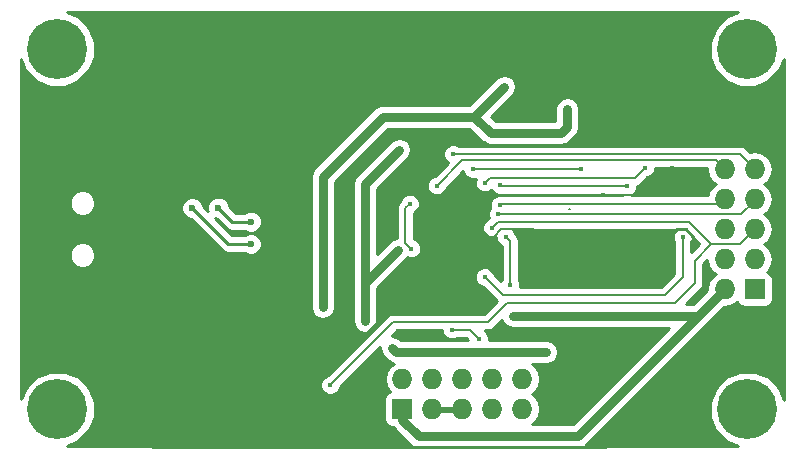
<source format=gbr>
G04 #@! TF.FileFunction,Copper,L2,Bot,Signal*
%FSLAX46Y46*%
G04 Gerber Fmt 4.6, Leading zero omitted, Abs format (unit mm)*
G04 Created by KiCad (PCBNEW 4.0.2+dfsg1-stable) date Fri 29 Jul 2016 09:24:32 AM CST*
%MOMM*%
G01*
G04 APERTURE LIST*
%ADD10C,0.100000*%
%ADD11R,1.727200X1.727200*%
%ADD12O,1.727200X1.727200*%
%ADD13C,5.080000*%
%ADD14C,0.600000*%
%ADD15C,0.400000*%
%ADD16C,0.127000*%
%ADD17C,0.762000*%
%ADD18C,0.149860*%
%ADD19C,0.450000*%
%ADD20C,0.250000*%
%ADD21C,0.254000*%
G04 APERTURE END LIST*
D10*
D11*
X182245000Y-120650000D03*
D12*
X179705000Y-120650000D03*
X182245000Y-118110000D03*
X179705000Y-118110000D03*
X182245000Y-115570000D03*
X179705000Y-115570000D03*
X182245000Y-113030000D03*
X179705000Y-113030000D03*
X182245000Y-110490000D03*
X179705000Y-110490000D03*
D11*
X152400000Y-130810000D03*
D12*
X152400000Y-128270000D03*
X154940000Y-130810000D03*
X154940000Y-128270000D03*
X157480000Y-130810000D03*
X157480000Y-128270000D03*
X160020000Y-130810000D03*
X160020000Y-128270000D03*
X162560000Y-130810000D03*
X162560000Y-128270000D03*
D13*
X181610000Y-100330000D03*
X181610000Y-130810000D03*
X123190000Y-130810000D03*
X123190000Y-100330000D03*
D14*
X166370000Y-105410000D03*
X165354000Y-107442000D03*
X161798000Y-122936000D03*
X161036000Y-103505000D03*
D15*
X145669000Y-122174000D03*
X153162000Y-117221000D03*
X153035000Y-113411000D03*
D14*
X145669000Y-112903000D03*
X152146000Y-106045000D03*
D15*
X175260000Y-110363000D03*
X175260000Y-111252000D03*
X177292000Y-121285000D03*
X161544000Y-106299000D03*
X165227000Y-105410000D03*
X152273000Y-104394000D03*
X133350000Y-108585000D03*
X141097000Y-128524000D03*
X144907000Y-128270000D03*
X158115000Y-122047000D03*
X159004000Y-120523000D03*
X161671000Y-124587000D03*
X174307500Y-108267500D03*
X173228000Y-112395000D03*
X169418000Y-112649000D03*
X159766000Y-112522000D03*
X140208000Y-111379000D03*
X143256000Y-111379000D03*
X147447000Y-116332000D03*
X147447000Y-118999000D03*
X147447000Y-121920000D03*
X175260000Y-112395000D03*
X175133000Y-116205000D03*
X169799000Y-124460000D03*
X173355000Y-124460000D03*
X175006000Y-118872000D03*
X156210000Y-124841000D03*
X152908000Y-124841000D03*
X155067000Y-122174000D03*
X137160000Y-122555000D03*
X137160000Y-125222000D03*
X140716000Y-125222000D03*
X140716000Y-122555000D03*
X140716000Y-119507000D03*
X143764000Y-119507000D03*
X143764000Y-122555000D03*
X143764000Y-125222000D03*
X152654000Y-119634000D03*
X139573000Y-131572000D03*
X143510000Y-131572000D03*
X146939000Y-131572000D03*
X149479000Y-132842000D03*
X183769000Y-126111000D03*
X180975000Y-126111000D03*
X177355500Y-126174500D03*
X177419000Y-129159000D03*
X177419000Y-132715000D03*
X174307500Y-129222500D03*
X170878500Y-132651500D03*
X174371000Y-132715000D03*
X162941000Y-97790000D03*
X162941000Y-100711000D03*
X166116000Y-100711000D03*
X166116000Y-97790000D03*
X159004000Y-100711000D03*
X172974000Y-97790000D03*
X176403000Y-97790000D03*
X176403000Y-100711000D03*
X169418000Y-97790000D03*
X169418000Y-100711000D03*
X169418000Y-103886000D03*
X182499000Y-104013000D03*
X182372000Y-107696000D03*
X178816000Y-107823000D03*
X178816000Y-103886000D03*
X176403000Y-103759000D03*
X172974000Y-103886000D03*
X172974000Y-100711000D03*
X164084000Y-116205000D03*
X157580500Y-116686500D03*
X157607000Y-115824000D03*
X157580500Y-114961500D03*
X156718000Y-114935000D03*
X155855500Y-114961500D03*
X155829000Y-115824000D03*
X155855500Y-116686500D03*
X156718000Y-116713000D03*
X166243000Y-108458000D03*
X138557000Y-98298000D03*
X138557000Y-101219000D03*
X136017000Y-101219000D03*
X135890000Y-98298000D03*
X133096000Y-98298000D03*
X133096000Y-101219000D03*
X132969000Y-104140000D03*
X130556000Y-104140000D03*
X130556000Y-101219000D03*
X130429000Y-98298000D03*
X127254000Y-98298000D03*
X127283524Y-101252320D03*
X127254000Y-104140000D03*
X127254000Y-106680000D03*
X123952000Y-106680000D03*
X123983918Y-104176022D03*
X121158000Y-104140000D03*
X133096000Y-131445000D03*
X133096000Y-128016000D03*
X133096000Y-125349000D03*
X130175000Y-125349000D03*
X130175000Y-128016000D03*
X130175000Y-131445000D03*
X121158000Y-127635000D03*
X121158000Y-125349000D03*
X123825000Y-125349000D03*
X127254000Y-125349000D03*
X127254000Y-128016000D03*
X127254000Y-131445000D03*
X121158000Y-106680000D03*
X173101000Y-118872000D03*
X167132000Y-130683000D03*
X169799000Y-127889000D03*
X167132000Y-127889000D03*
X164846000Y-127889000D03*
X164846000Y-130683000D03*
X159004000Y-97790000D03*
X140589000Y-104394000D03*
X137160000Y-119507000D03*
X133096000Y-113792000D03*
X144653000Y-115824000D03*
X144653000Y-112776000D03*
D14*
X152019000Y-117348000D03*
X164592000Y-125984000D03*
X149225000Y-123317000D03*
X152146000Y-108839000D03*
X151511000Y-125603000D03*
D15*
X146304000Y-128778000D03*
X160020000Y-115443000D03*
D14*
X134620000Y-113792000D03*
X139573000Y-116840000D03*
X136820000Y-113751000D03*
X139573000Y-114935000D03*
D15*
X156591000Y-124079000D03*
X158877000Y-124841000D03*
X161163000Y-116205000D03*
X161544000Y-120269000D03*
X160655000Y-111810800D03*
X171450000Y-111937800D03*
X160528000Y-114300000D03*
X160655000Y-113538000D03*
X156718000Y-109220000D03*
X155321000Y-111887000D03*
X176149000Y-116205000D03*
X159385000Y-119634000D03*
X159385000Y-111633000D03*
X172974000Y-110363000D03*
X167513000Y-110490000D03*
X158369000Y-110490000D03*
D16*
X166624000Y-113861568D02*
X166497000Y-113861568D01*
D17*
X165862000Y-107442000D02*
X166370000Y-106934000D01*
X166370000Y-106934000D02*
X166370000Y-105410000D01*
X165862000Y-107442000D02*
X165354000Y-107442000D01*
X159893000Y-107442000D02*
X165354000Y-107442000D01*
X159893000Y-107442000D02*
X158496000Y-106045000D01*
X161798000Y-122936000D02*
X177419000Y-122936000D01*
X152400000Y-130810000D02*
X152400000Y-131699000D01*
X167259000Y-133096000D02*
X174371000Y-125984000D01*
X174371000Y-125984000D02*
X177292000Y-123063000D01*
X177292000Y-123063000D02*
X179705000Y-120650000D01*
X153797000Y-133096000D02*
X167259000Y-133096000D01*
X152400000Y-131699000D02*
X153797000Y-133096000D01*
X157607000Y-106045000D02*
X158496000Y-106045000D01*
X152146000Y-106045000D02*
X157607000Y-106045000D01*
X158496000Y-106045000D02*
X161036000Y-103505000D01*
X145669000Y-112903000D02*
X145669000Y-122174000D01*
D18*
X152654000Y-114046000D02*
X152654000Y-113792000D01*
X153162000Y-117221000D02*
X152654000Y-116713000D01*
X152654000Y-116713000D02*
X152654000Y-114046000D01*
X152654000Y-113792000D02*
X153035000Y-113411000D01*
D17*
X152146000Y-106045000D02*
X150749000Y-106045000D01*
X150749000Y-106045000D02*
X145669000Y-111125000D01*
X145669000Y-111125000D02*
X145669000Y-112903000D01*
D19*
X145669000Y-111125000D02*
X145669000Y-112903000D01*
X150749000Y-106045000D02*
X145669000Y-111125000D01*
D20*
X175260000Y-112395000D02*
X175260000Y-111252000D01*
X178181000Y-120396000D02*
X178181000Y-119507000D01*
X177292000Y-121285000D02*
X178181000Y-120396000D01*
X177038000Y-116205000D02*
X177038000Y-117348000D01*
X177038000Y-117348000D02*
X176911000Y-117475000D01*
D18*
X161925000Y-105918000D02*
X161544000Y-106299000D01*
X164719000Y-105918000D02*
X161925000Y-105918000D01*
X165227000Y-105410000D02*
X164719000Y-105918000D01*
D20*
X152654000Y-97790000D02*
X152654000Y-104013000D01*
X152654000Y-104013000D02*
X152273000Y-104394000D01*
X132969000Y-104140000D02*
X132969000Y-108204000D01*
X132969000Y-108204000D02*
X133350000Y-108585000D01*
X146939000Y-131572000D02*
X144907000Y-131572000D01*
X144907000Y-131572000D02*
X144907000Y-128270000D01*
X159004000Y-121158000D02*
X158115000Y-122047000D01*
X155067000Y-122174000D02*
X155067000Y-121412000D01*
X155956000Y-120523000D02*
X159004000Y-120523000D01*
X155067000Y-121412000D02*
X155956000Y-120523000D01*
X159004000Y-120523000D02*
X159004000Y-121158000D01*
D18*
X169799000Y-124460000D02*
X161798000Y-124460000D01*
X161798000Y-124460000D02*
X161671000Y-124587000D01*
D20*
X174244000Y-108331000D02*
X174307500Y-108267500D01*
X174244000Y-108331000D02*
X171958000Y-108331000D01*
D18*
X172212000Y-112395000D02*
X171958000Y-112649000D01*
X171958000Y-112649000D02*
X169418000Y-112649000D01*
X169418000Y-112649000D02*
X159893000Y-112649000D01*
X159893000Y-112649000D02*
X159766000Y-112522000D01*
X173228000Y-112395000D02*
X172212000Y-112395000D01*
X143256000Y-111379000D02*
X140208000Y-111379000D01*
D20*
X147447000Y-125222000D02*
X147447000Y-121920000D01*
X147447000Y-118999000D02*
X147447000Y-116332000D01*
X175260000Y-112395000D02*
X173228000Y-112395000D01*
X175133000Y-116205000D02*
X175133000Y-116078000D01*
X177038000Y-116205000D02*
X177038000Y-117221000D01*
X176403000Y-115570000D02*
X177038000Y-116205000D01*
X175641000Y-115570000D02*
X176403000Y-115570000D01*
X175133000Y-116078000D02*
X175641000Y-115570000D01*
X169799000Y-127889000D02*
X169799000Y-124460000D01*
X175006000Y-118872000D02*
X173101000Y-118872000D01*
X152654000Y-121158000D02*
X154051000Y-121158000D01*
X152908000Y-124841000D02*
X156210000Y-124841000D01*
X154051000Y-121158000D02*
X155067000Y-122174000D01*
X143764000Y-125222000D02*
X147447000Y-125222000D01*
X147447000Y-125222000D02*
X148590000Y-125222000D01*
X137160000Y-122555000D02*
X137160000Y-125222000D01*
X140716000Y-125222000D02*
X140716000Y-122555000D01*
X140716000Y-119507000D02*
X143764000Y-119507000D01*
X143764000Y-122555000D02*
X143764000Y-125222000D01*
X152654000Y-121158000D02*
X152654000Y-119634000D01*
X148590000Y-125222000D02*
X152654000Y-121158000D01*
X146939000Y-131572000D02*
X148209000Y-131572000D01*
X139573000Y-131572000D02*
X143510000Y-131572000D01*
X148209000Y-131572000D02*
X149479000Y-132842000D01*
X174371000Y-132715000D02*
X177419000Y-132715000D01*
X180975000Y-126111000D02*
X183769000Y-126111000D01*
X177355500Y-129095500D02*
X177355500Y-126174500D01*
X177419000Y-129159000D02*
X177355500Y-129095500D01*
X170942000Y-132588000D02*
X170942000Y-132715000D01*
X170878500Y-132651500D02*
X170942000Y-132715000D01*
X174371000Y-129286000D02*
X174371000Y-132715000D01*
X174371000Y-129286000D02*
X174307500Y-129222500D01*
X169418000Y-97790000D02*
X166116000Y-97790000D01*
X162941000Y-97790000D02*
X159004000Y-97790000D01*
X166116000Y-100711000D02*
X162941000Y-100711000D01*
X159004000Y-97790000D02*
X159004000Y-100711000D01*
X176403000Y-100711000D02*
X176403000Y-97790000D01*
X169418000Y-97790000D02*
X169418000Y-100711000D01*
X169418000Y-103886000D02*
X169418000Y-100711000D01*
X169418000Y-100711000D02*
X172974000Y-100711000D01*
X182499000Y-107569000D02*
X182499000Y-104013000D01*
X182372000Y-107696000D02*
X182499000Y-107569000D01*
X178816000Y-103886000D02*
X178816000Y-107823000D01*
X173101000Y-103759000D02*
X176403000Y-103759000D01*
X172974000Y-103886000D02*
X173101000Y-103759000D01*
D18*
X164084000Y-116205000D02*
X163449000Y-115570000D01*
X157988000Y-116205000D02*
X157607000Y-115824000D01*
X160147000Y-116205000D02*
X157988000Y-116205000D01*
X160782000Y-115570000D02*
X160147000Y-116205000D01*
X163449000Y-115570000D02*
X160782000Y-115570000D01*
X157607000Y-116660000D02*
X157580500Y-116686500D01*
X157607000Y-116660000D02*
X157607000Y-115824000D01*
X157580500Y-114961500D02*
X157554000Y-114935000D01*
X157554000Y-114935000D02*
X156718000Y-114935000D01*
X155855500Y-114961500D02*
X155829000Y-114988000D01*
X155829000Y-114988000D02*
X155829000Y-115824000D01*
X155855500Y-116686500D02*
X155882000Y-116713000D01*
X155882000Y-116713000D02*
X156718000Y-116713000D01*
X167640000Y-107061000D02*
X167640000Y-97790000D01*
X166243000Y-108458000D02*
X167640000Y-107061000D01*
D20*
X136017000Y-101219000D02*
X138557000Y-101219000D01*
X133096000Y-98298000D02*
X135890000Y-98298000D01*
X133096000Y-104013000D02*
X133096000Y-101219000D01*
X132969000Y-104140000D02*
X133096000Y-104013000D01*
X130556000Y-101219000D02*
X130556000Y-104140000D01*
X127254000Y-98298000D02*
X130429000Y-98298000D01*
X127283524Y-104110476D02*
X127283524Y-101252320D01*
X127254000Y-104140000D02*
X127283524Y-104110476D01*
X123952000Y-106680000D02*
X127254000Y-106680000D01*
X121194022Y-104176022D02*
X123983918Y-104176022D01*
X121158000Y-104140000D02*
X121194022Y-104176022D01*
X133096000Y-131445000D02*
X133096000Y-128016000D01*
X133096000Y-125349000D02*
X130175000Y-125349000D01*
X130175000Y-128016000D02*
X130175000Y-131445000D01*
X121031000Y-125476000D02*
X121158000Y-127635000D01*
X121158000Y-125349000D02*
X121031000Y-125476000D01*
X127254000Y-125349000D02*
X123825000Y-125349000D01*
X127254000Y-131445000D02*
X127254000Y-128016000D01*
X121158000Y-106680000D02*
X131191000Y-97790000D01*
X159004000Y-97790000D02*
X152654000Y-97790000D01*
X152654000Y-97790000D02*
X131191000Y-97790000D01*
X173101000Y-118872000D02*
X173101000Y-118237000D01*
X173101000Y-118237000D02*
X175133000Y-116205000D01*
X173101000Y-118872000D02*
X174244000Y-120015000D01*
X167132000Y-127889000D02*
X169799000Y-127889000D01*
X164846000Y-130683000D02*
X164846000Y-127889000D01*
X183134000Y-124714000D02*
X178816000Y-124714000D01*
X131191000Y-133985000D02*
X169545000Y-133985000D01*
X169545000Y-133985000D02*
X169799000Y-133731000D01*
X178816000Y-124714000D02*
X170942000Y-132588000D01*
X170942000Y-132588000D02*
X169799000Y-133731000D01*
X167640000Y-97790000D02*
X171323000Y-97790000D01*
X171323000Y-97790000D02*
X181229000Y-107696000D01*
X181229000Y-107696000D02*
X183769000Y-107696000D01*
X183769000Y-107696000D02*
X184658000Y-108585000D01*
X184658000Y-108585000D02*
X184658000Y-123190000D01*
X184658000Y-123190000D02*
X183134000Y-124714000D01*
X159004000Y-97790000D02*
X167640000Y-97790000D01*
X143002000Y-97917000D02*
X143002000Y-102235000D01*
X143002000Y-102235000D02*
X140589000Y-104394000D01*
X137160000Y-117856000D02*
X137160000Y-119507000D01*
X133096000Y-113792000D02*
X137160000Y-117856000D01*
X144653000Y-112776000D02*
X144653000Y-115824000D01*
D17*
X152019000Y-117348000D02*
X149225000Y-120142000D01*
X164592000Y-125984000D02*
X159258000Y-125984000D01*
X151892000Y-125984000D02*
X159258000Y-125984000D01*
X150495000Y-110490000D02*
X149225000Y-111760000D01*
X149225000Y-111760000D02*
X149225000Y-117729000D01*
X149225000Y-117729000D02*
X149225000Y-120142000D01*
X149225000Y-120142000D02*
X149225000Y-123317000D01*
X152146000Y-108839000D02*
X150495000Y-110490000D01*
X151511000Y-125603000D02*
X151892000Y-125984000D01*
D18*
X177165000Y-115443000D02*
X176657000Y-114935000D01*
X178562000Y-116840000D02*
X177165000Y-115443000D01*
X160528000Y-114935000D02*
X160020000Y-115443000D01*
X176657000Y-114935000D02*
X160528000Y-114935000D01*
X177165000Y-118237000D02*
X178562000Y-116840000D01*
X177165000Y-120142000D02*
X177165000Y-118237000D01*
X175514000Y-121793000D02*
X177165000Y-120142000D01*
X161290000Y-121793000D02*
X175514000Y-121793000D01*
X159639000Y-123444000D02*
X161290000Y-121793000D01*
X151638000Y-123444000D02*
X159639000Y-123444000D01*
X146304000Y-128778000D02*
X151638000Y-123444000D01*
X180975000Y-116840000D02*
X182245000Y-115570000D01*
X178562000Y-116840000D02*
X180975000Y-116840000D01*
X160020000Y-115443000D02*
X160020000Y-115443000D01*
X160020000Y-115443000D02*
X160020000Y-115443000D01*
D20*
X137668000Y-116840000D02*
X139573000Y-116840000D01*
X137668000Y-116840000D02*
X134620000Y-113792000D01*
X138004000Y-114935000D02*
X139573000Y-114935000D01*
X138004000Y-114935000D02*
X136820000Y-113751000D01*
D18*
X158115000Y-124079000D02*
X156591000Y-124079000D01*
X158877000Y-124841000D02*
X158115000Y-124079000D01*
X161163000Y-116205000D02*
X161544000Y-116586000D01*
X161544000Y-116586000D02*
X161544000Y-120269000D01*
X160655000Y-111810800D02*
X160782000Y-111937800D01*
X160782000Y-111937800D02*
X171450000Y-111937800D01*
X181102000Y-114300000D02*
X182245000Y-113157000D01*
X160528000Y-114300000D02*
X181102000Y-114300000D01*
X182245000Y-113157000D02*
X182245000Y-113030000D01*
X182245000Y-113030000D02*
X182245000Y-113157000D01*
X160782000Y-113411000D02*
X179324000Y-113411000D01*
X160655000Y-113538000D02*
X160782000Y-113411000D01*
X179324000Y-113411000D02*
X179705000Y-113030000D01*
X156718000Y-109220000D02*
X156718000Y-109220000D01*
X180975000Y-109220000D02*
X182245000Y-110490000D01*
X156718000Y-109220000D02*
X180975000Y-109220000D01*
X178943000Y-109728000D02*
X179705000Y-110490000D01*
X157480000Y-109728000D02*
X178943000Y-109728000D01*
X155321000Y-111887000D02*
X157480000Y-109728000D01*
X160909000Y-121158000D02*
X174625000Y-121158000D01*
X174625000Y-121158000D02*
X176149000Y-119634000D01*
X176149000Y-119634000D02*
X176149000Y-116205000D01*
X159385000Y-119634000D02*
X160909000Y-121158000D01*
X172110400Y-111226600D02*
X172974000Y-110363000D01*
X159791400Y-111226600D02*
X172110400Y-111226600D01*
X159385000Y-111633000D02*
X159791400Y-111226600D01*
X158369000Y-110490000D02*
X167513000Y-110490000D01*
D21*
G36*
X179813857Y-97636796D02*
X178919935Y-98529159D01*
X178435552Y-99695683D01*
X178434450Y-100958776D01*
X178916796Y-102126143D01*
X179809159Y-103020065D01*
X180975683Y-103504448D01*
X182238776Y-103505550D01*
X183406143Y-103023204D01*
X184300065Y-102130841D01*
X184710000Y-101143608D01*
X184710000Y-129998379D01*
X184303204Y-129013857D01*
X183410841Y-128119935D01*
X182244317Y-127635552D01*
X180981224Y-127634450D01*
X179813857Y-128116796D01*
X178919935Y-129009159D01*
X178435552Y-130175683D01*
X178434450Y-131438776D01*
X178916796Y-132606143D01*
X179809159Y-133500065D01*
X180796392Y-133910000D01*
X167834375Y-133910000D01*
X167977420Y-133814420D01*
X175089421Y-126702420D01*
X175089423Y-126702417D01*
X178010421Y-123781420D01*
X178010423Y-123781417D01*
X179648616Y-122143224D01*
X179675641Y-122148600D01*
X179734359Y-122148600D01*
X180307848Y-122034526D01*
X180773442Y-121723426D01*
X180778238Y-121748917D01*
X180917310Y-121965041D01*
X181129510Y-122110031D01*
X181381400Y-122161040D01*
X183108600Y-122161040D01*
X183343917Y-122116762D01*
X183560041Y-121977690D01*
X183705031Y-121765490D01*
X183756040Y-121513600D01*
X183756040Y-119786400D01*
X183711762Y-119551083D01*
X183572690Y-119334959D01*
X183360490Y-119189969D01*
X183316869Y-119181136D01*
X183334029Y-119169670D01*
X183658885Y-118683489D01*
X183772959Y-118110000D01*
X183658885Y-117536511D01*
X183334029Y-117050330D01*
X183019248Y-116840000D01*
X183334029Y-116629670D01*
X183658885Y-116143489D01*
X183772959Y-115570000D01*
X183658885Y-114996511D01*
X183334029Y-114510330D01*
X183019248Y-114300000D01*
X183334029Y-114089670D01*
X183658885Y-113603489D01*
X183772959Y-113030000D01*
X183658885Y-112456511D01*
X183334029Y-111970330D01*
X183019248Y-111760000D01*
X183334029Y-111549670D01*
X183658885Y-111063489D01*
X183772959Y-110490000D01*
X183658885Y-109916511D01*
X183334029Y-109430330D01*
X182847848Y-109105474D01*
X182274359Y-108991400D01*
X182215641Y-108991400D01*
X181827582Y-109068590D01*
X181476996Y-108718004D01*
X181246679Y-108564110D01*
X180975000Y-108510070D01*
X157185673Y-108510070D01*
X156884821Y-108385145D01*
X156552637Y-108384855D01*
X156245628Y-108511708D01*
X156010534Y-108746393D01*
X155883145Y-109053179D01*
X155882855Y-109385363D01*
X156009708Y-109692372D01*
X156244393Y-109927466D01*
X156267109Y-109936899D01*
X155149700Y-111054308D01*
X154848628Y-111178708D01*
X154613534Y-111413393D01*
X154486145Y-111720179D01*
X154485855Y-112052363D01*
X154612708Y-112359372D01*
X154847393Y-112594466D01*
X155154179Y-112721855D01*
X155486363Y-112722145D01*
X155793372Y-112595292D01*
X156028466Y-112360607D01*
X156154210Y-112057782D01*
X157540514Y-110671478D01*
X157660708Y-110962372D01*
X157895393Y-111197466D01*
X158202179Y-111324855D01*
X158534363Y-111325145D01*
X158624105Y-111288065D01*
X158550145Y-111466179D01*
X158549855Y-111798363D01*
X158676708Y-112105372D01*
X158911393Y-112340466D01*
X159218179Y-112467855D01*
X159550363Y-112468145D01*
X159857372Y-112341292D01*
X159937622Y-112261182D01*
X159946708Y-112283172D01*
X160181393Y-112518266D01*
X160488179Y-112645655D01*
X160772818Y-112645903D01*
X160782000Y-112647730D01*
X170982327Y-112647730D01*
X171110784Y-112701070D01*
X160782000Y-112701070D01*
X160771788Y-112703101D01*
X160489637Y-112702855D01*
X160182628Y-112829708D01*
X159947534Y-113064393D01*
X159820145Y-113371179D01*
X159819855Y-113703363D01*
X159856043Y-113790946D01*
X159820534Y-113826393D01*
X159693145Y-114133179D01*
X159692855Y-114465363D01*
X159766738Y-114644174D01*
X159547628Y-114734708D01*
X159312534Y-114969393D01*
X159185145Y-115276179D01*
X159184855Y-115608363D01*
X159311708Y-115915372D01*
X159546393Y-116150466D01*
X159853179Y-116277855D01*
X160185363Y-116278145D01*
X160327987Y-116219214D01*
X160327855Y-116370363D01*
X160454708Y-116677372D01*
X160689393Y-116912466D01*
X160834070Y-116972541D01*
X160834070Y-119801327D01*
X160752577Y-119997584D01*
X160217692Y-119462699D01*
X160093292Y-119161628D01*
X159858607Y-118926534D01*
X159551821Y-118799145D01*
X159219637Y-118798855D01*
X158912628Y-118925708D01*
X158677534Y-119160393D01*
X158550145Y-119467179D01*
X158549855Y-119799363D01*
X158676708Y-120106372D01*
X158911393Y-120341466D01*
X159214218Y-120467210D01*
X160407003Y-121659996D01*
X160414201Y-121664806D01*
X159344938Y-122734070D01*
X151638000Y-122734070D01*
X151411395Y-122779144D01*
X151366321Y-122788110D01*
X151136004Y-122942004D01*
X146132700Y-127945308D01*
X145831628Y-128069708D01*
X145596534Y-128304393D01*
X145469145Y-128611179D01*
X145468855Y-128943363D01*
X145595708Y-129250372D01*
X145830393Y-129485466D01*
X146137179Y-129612855D01*
X146469363Y-129613145D01*
X146776372Y-129486292D01*
X147011466Y-129251607D01*
X147137210Y-128948782D01*
X150497983Y-125588009D01*
X150495001Y-125603000D01*
X150572338Y-125991807D01*
X150792580Y-126321420D01*
X151173579Y-126702420D01*
X151283987Y-126776192D01*
X151503194Y-126922662D01*
X151675594Y-126956954D01*
X151340330Y-127180971D01*
X151015474Y-127667152D01*
X150901400Y-128240641D01*
X150901400Y-128299359D01*
X151015474Y-128872848D01*
X151326574Y-129338442D01*
X151301083Y-129343238D01*
X151084959Y-129482310D01*
X150939969Y-129694510D01*
X150888960Y-129946400D01*
X150888960Y-131673600D01*
X150933238Y-131908917D01*
X151072310Y-132125041D01*
X151284510Y-132270031D01*
X151536400Y-132321040D01*
X151617180Y-132321040D01*
X151681580Y-132417420D01*
X153078579Y-133814420D01*
X153221625Y-133910000D01*
X124001621Y-133910000D01*
X124986143Y-133503204D01*
X125880065Y-132610841D01*
X126364448Y-131444317D01*
X126365550Y-130181224D01*
X125883204Y-129013857D01*
X124990841Y-128119935D01*
X123824317Y-127635552D01*
X122561224Y-127634450D01*
X121393857Y-128116796D01*
X120499935Y-129009159D01*
X120090000Y-129996392D01*
X120090000Y-117984430D01*
X124226132Y-117984430D01*
X124390902Y-118383203D01*
X124695733Y-118688566D01*
X125094217Y-118854031D01*
X125525690Y-118854408D01*
X125924463Y-118689638D01*
X126229826Y-118384807D01*
X126395291Y-117986323D01*
X126395668Y-117554850D01*
X126230898Y-117156077D01*
X125926067Y-116850714D01*
X125527583Y-116685249D01*
X125096110Y-116684872D01*
X124697337Y-116849642D01*
X124391974Y-117154473D01*
X124226509Y-117552957D01*
X124226132Y-117984430D01*
X120090000Y-117984430D01*
X120090000Y-113585150D01*
X124226132Y-113585150D01*
X124390902Y-113983923D01*
X124695733Y-114289286D01*
X125094217Y-114454751D01*
X125525690Y-114455128D01*
X125924463Y-114290358D01*
X126229826Y-113985527D01*
X126233297Y-113977167D01*
X133684838Y-113977167D01*
X133826883Y-114320943D01*
X134089673Y-114584192D01*
X134433201Y-114726838D01*
X134480077Y-114726879D01*
X137130599Y-117377401D01*
X137377161Y-117542148D01*
X137668000Y-117600000D01*
X139010537Y-117600000D01*
X139042673Y-117632192D01*
X139386201Y-117774838D01*
X139758167Y-117775162D01*
X140101943Y-117633117D01*
X140365192Y-117370327D01*
X140507838Y-117026799D01*
X140508162Y-116654833D01*
X140366117Y-116311057D01*
X140103327Y-116047808D01*
X139759799Y-115905162D01*
X139387833Y-115904838D01*
X139044057Y-116046883D01*
X139010882Y-116080000D01*
X137982802Y-116080000D01*
X136556997Y-114654195D01*
X136633201Y-114685838D01*
X136680077Y-114685879D01*
X137466599Y-115472401D01*
X137713161Y-115637148D01*
X138004000Y-115695000D01*
X139010537Y-115695000D01*
X139042673Y-115727192D01*
X139386201Y-115869838D01*
X139758167Y-115870162D01*
X140101943Y-115728117D01*
X140365192Y-115465327D01*
X140507838Y-115121799D01*
X140508162Y-114749833D01*
X140366117Y-114406057D01*
X140103327Y-114142808D01*
X139759799Y-114000162D01*
X139387833Y-113999838D01*
X139044057Y-114141883D01*
X139010882Y-114175000D01*
X138318802Y-114175000D01*
X137755122Y-113611320D01*
X137755162Y-113565833D01*
X137613117Y-113222057D01*
X137350327Y-112958808D01*
X137006799Y-112816162D01*
X136634833Y-112815838D01*
X136291057Y-112957883D01*
X136027808Y-113220673D01*
X135885162Y-113564201D01*
X135884838Y-113936167D01*
X135917136Y-114014334D01*
X135555122Y-113652320D01*
X135555162Y-113606833D01*
X135413117Y-113263057D01*
X135150327Y-112999808D01*
X134806799Y-112857162D01*
X134434833Y-112856838D01*
X134091057Y-112998883D01*
X133827808Y-113261673D01*
X133685162Y-113605201D01*
X133684838Y-113977167D01*
X126233297Y-113977167D01*
X126395291Y-113587043D01*
X126395668Y-113155570D01*
X126230898Y-112756797D01*
X125926067Y-112451434D01*
X125527583Y-112285969D01*
X125096110Y-112285592D01*
X124697337Y-112450362D01*
X124391974Y-112755193D01*
X124226509Y-113153677D01*
X124226132Y-113585150D01*
X120090000Y-113585150D01*
X120090000Y-111125000D01*
X144653000Y-111125000D01*
X144653000Y-122174000D01*
X144730338Y-122562806D01*
X144950580Y-122892420D01*
X145280194Y-123112662D01*
X145669000Y-123190000D01*
X146057806Y-123112662D01*
X146387420Y-122892420D01*
X146607662Y-122562806D01*
X146685000Y-122174000D01*
X146685000Y-111760000D01*
X148209000Y-111760000D01*
X148209000Y-123317000D01*
X148286338Y-123705806D01*
X148506580Y-124035420D01*
X148836194Y-124255662D01*
X149225000Y-124333000D01*
X149613806Y-124255662D01*
X149943420Y-124035420D01*
X150163662Y-123705806D01*
X150241000Y-123317000D01*
X150241000Y-120562840D01*
X152737421Y-118066420D01*
X152798930Y-117974365D01*
X152995179Y-118055855D01*
X153327363Y-118056145D01*
X153634372Y-117929292D01*
X153869466Y-117694607D01*
X153996855Y-117387821D01*
X153997145Y-117055637D01*
X153870292Y-116748628D01*
X153635607Y-116513534D01*
X153363930Y-116400724D01*
X153363930Y-114178561D01*
X153507372Y-114119292D01*
X153742466Y-113884607D01*
X153869855Y-113577821D01*
X153870145Y-113245637D01*
X153743292Y-112938628D01*
X153508607Y-112703534D01*
X153201821Y-112576145D01*
X152869637Y-112575855D01*
X152562628Y-112702708D01*
X152327534Y-112937393D01*
X152201790Y-113240218D01*
X152152004Y-113290004D01*
X151998110Y-113520321D01*
X151980902Y-113606833D01*
X151944070Y-113792000D01*
X151944070Y-116346904D01*
X151630193Y-116409338D01*
X151300580Y-116629579D01*
X150241000Y-117689159D01*
X150241000Y-112180840D01*
X151213420Y-111208421D01*
X151213422Y-111208418D01*
X152864421Y-109557420D01*
X153084662Y-109227807D01*
X153162000Y-108839000D01*
X153084662Y-108450193D01*
X152864421Y-108120579D01*
X152534807Y-107900338D01*
X152146000Y-107823000D01*
X151757193Y-107900338D01*
X151427580Y-108120579D01*
X149776582Y-109771578D01*
X149776579Y-109771580D01*
X148506580Y-111041580D01*
X148286338Y-111371193D01*
X148286338Y-111371194D01*
X148209000Y-111760000D01*
X146685000Y-111760000D01*
X146685000Y-111545840D01*
X151169841Y-107061000D01*
X158075160Y-107061000D01*
X159174579Y-108160420D01*
X159284987Y-108234192D01*
X159504194Y-108380662D01*
X159893000Y-108458000D01*
X165862000Y-108458000D01*
X166186300Y-108393493D01*
X166250807Y-108380662D01*
X166580420Y-108160420D01*
X167088420Y-107652421D01*
X167308661Y-107322807D01*
X167308662Y-107322806D01*
X167386000Y-106934000D01*
X167386000Y-105410000D01*
X167308662Y-105021194D01*
X167088420Y-104691580D01*
X166758806Y-104471338D01*
X166370000Y-104394000D01*
X165981194Y-104471338D01*
X165651580Y-104691580D01*
X165431338Y-105021194D01*
X165354000Y-105410000D01*
X165354000Y-106426000D01*
X160313841Y-106426000D01*
X159932840Y-106045000D01*
X161754420Y-104223421D01*
X161974661Y-103893807D01*
X162051999Y-103505000D01*
X161974661Y-103116193D01*
X161754420Y-102786580D01*
X161424807Y-102566339D01*
X161036000Y-102489001D01*
X160647193Y-102566339D01*
X160317579Y-102786580D01*
X158075160Y-105029000D01*
X150749000Y-105029000D01*
X150424700Y-105093507D01*
X150360193Y-105106338D01*
X150030580Y-105326579D01*
X144950580Y-110406580D01*
X144730338Y-110736193D01*
X144730338Y-110736194D01*
X144653000Y-111125000D01*
X120090000Y-111125000D01*
X120090000Y-101141621D01*
X120496796Y-102126143D01*
X121389159Y-103020065D01*
X122555683Y-103504448D01*
X123818776Y-103505550D01*
X124986143Y-103023204D01*
X125880065Y-102130841D01*
X126364448Y-100964317D01*
X126365550Y-99701224D01*
X125883204Y-98533857D01*
X124990841Y-97639935D01*
X124003608Y-97230000D01*
X180798379Y-97230000D01*
X179813857Y-97636796D01*
X179813857Y-97636796D01*
G37*
X179813857Y-97636796D02*
X178919935Y-98529159D01*
X178435552Y-99695683D01*
X178434450Y-100958776D01*
X178916796Y-102126143D01*
X179809159Y-103020065D01*
X180975683Y-103504448D01*
X182238776Y-103505550D01*
X183406143Y-103023204D01*
X184300065Y-102130841D01*
X184710000Y-101143608D01*
X184710000Y-129998379D01*
X184303204Y-129013857D01*
X183410841Y-128119935D01*
X182244317Y-127635552D01*
X180981224Y-127634450D01*
X179813857Y-128116796D01*
X178919935Y-129009159D01*
X178435552Y-130175683D01*
X178434450Y-131438776D01*
X178916796Y-132606143D01*
X179809159Y-133500065D01*
X180796392Y-133910000D01*
X167834375Y-133910000D01*
X167977420Y-133814420D01*
X175089421Y-126702420D01*
X175089423Y-126702417D01*
X178010421Y-123781420D01*
X178010423Y-123781417D01*
X179648616Y-122143224D01*
X179675641Y-122148600D01*
X179734359Y-122148600D01*
X180307848Y-122034526D01*
X180773442Y-121723426D01*
X180778238Y-121748917D01*
X180917310Y-121965041D01*
X181129510Y-122110031D01*
X181381400Y-122161040D01*
X183108600Y-122161040D01*
X183343917Y-122116762D01*
X183560041Y-121977690D01*
X183705031Y-121765490D01*
X183756040Y-121513600D01*
X183756040Y-119786400D01*
X183711762Y-119551083D01*
X183572690Y-119334959D01*
X183360490Y-119189969D01*
X183316869Y-119181136D01*
X183334029Y-119169670D01*
X183658885Y-118683489D01*
X183772959Y-118110000D01*
X183658885Y-117536511D01*
X183334029Y-117050330D01*
X183019248Y-116840000D01*
X183334029Y-116629670D01*
X183658885Y-116143489D01*
X183772959Y-115570000D01*
X183658885Y-114996511D01*
X183334029Y-114510330D01*
X183019248Y-114300000D01*
X183334029Y-114089670D01*
X183658885Y-113603489D01*
X183772959Y-113030000D01*
X183658885Y-112456511D01*
X183334029Y-111970330D01*
X183019248Y-111760000D01*
X183334029Y-111549670D01*
X183658885Y-111063489D01*
X183772959Y-110490000D01*
X183658885Y-109916511D01*
X183334029Y-109430330D01*
X182847848Y-109105474D01*
X182274359Y-108991400D01*
X182215641Y-108991400D01*
X181827582Y-109068590D01*
X181476996Y-108718004D01*
X181246679Y-108564110D01*
X180975000Y-108510070D01*
X157185673Y-108510070D01*
X156884821Y-108385145D01*
X156552637Y-108384855D01*
X156245628Y-108511708D01*
X156010534Y-108746393D01*
X155883145Y-109053179D01*
X155882855Y-109385363D01*
X156009708Y-109692372D01*
X156244393Y-109927466D01*
X156267109Y-109936899D01*
X155149700Y-111054308D01*
X154848628Y-111178708D01*
X154613534Y-111413393D01*
X154486145Y-111720179D01*
X154485855Y-112052363D01*
X154612708Y-112359372D01*
X154847393Y-112594466D01*
X155154179Y-112721855D01*
X155486363Y-112722145D01*
X155793372Y-112595292D01*
X156028466Y-112360607D01*
X156154210Y-112057782D01*
X157540514Y-110671478D01*
X157660708Y-110962372D01*
X157895393Y-111197466D01*
X158202179Y-111324855D01*
X158534363Y-111325145D01*
X158624105Y-111288065D01*
X158550145Y-111466179D01*
X158549855Y-111798363D01*
X158676708Y-112105372D01*
X158911393Y-112340466D01*
X159218179Y-112467855D01*
X159550363Y-112468145D01*
X159857372Y-112341292D01*
X159937622Y-112261182D01*
X159946708Y-112283172D01*
X160181393Y-112518266D01*
X160488179Y-112645655D01*
X160772818Y-112645903D01*
X160782000Y-112647730D01*
X170982327Y-112647730D01*
X171110784Y-112701070D01*
X160782000Y-112701070D01*
X160771788Y-112703101D01*
X160489637Y-112702855D01*
X160182628Y-112829708D01*
X159947534Y-113064393D01*
X159820145Y-113371179D01*
X159819855Y-113703363D01*
X159856043Y-113790946D01*
X159820534Y-113826393D01*
X159693145Y-114133179D01*
X159692855Y-114465363D01*
X159766738Y-114644174D01*
X159547628Y-114734708D01*
X159312534Y-114969393D01*
X159185145Y-115276179D01*
X159184855Y-115608363D01*
X159311708Y-115915372D01*
X159546393Y-116150466D01*
X159853179Y-116277855D01*
X160185363Y-116278145D01*
X160327987Y-116219214D01*
X160327855Y-116370363D01*
X160454708Y-116677372D01*
X160689393Y-116912466D01*
X160834070Y-116972541D01*
X160834070Y-119801327D01*
X160752577Y-119997584D01*
X160217692Y-119462699D01*
X160093292Y-119161628D01*
X159858607Y-118926534D01*
X159551821Y-118799145D01*
X159219637Y-118798855D01*
X158912628Y-118925708D01*
X158677534Y-119160393D01*
X158550145Y-119467179D01*
X158549855Y-119799363D01*
X158676708Y-120106372D01*
X158911393Y-120341466D01*
X159214218Y-120467210D01*
X160407003Y-121659996D01*
X160414201Y-121664806D01*
X159344938Y-122734070D01*
X151638000Y-122734070D01*
X151411395Y-122779144D01*
X151366321Y-122788110D01*
X151136004Y-122942004D01*
X146132700Y-127945308D01*
X145831628Y-128069708D01*
X145596534Y-128304393D01*
X145469145Y-128611179D01*
X145468855Y-128943363D01*
X145595708Y-129250372D01*
X145830393Y-129485466D01*
X146137179Y-129612855D01*
X146469363Y-129613145D01*
X146776372Y-129486292D01*
X147011466Y-129251607D01*
X147137210Y-128948782D01*
X150497983Y-125588009D01*
X150495001Y-125603000D01*
X150572338Y-125991807D01*
X150792580Y-126321420D01*
X151173579Y-126702420D01*
X151283987Y-126776192D01*
X151503194Y-126922662D01*
X151675594Y-126956954D01*
X151340330Y-127180971D01*
X151015474Y-127667152D01*
X150901400Y-128240641D01*
X150901400Y-128299359D01*
X151015474Y-128872848D01*
X151326574Y-129338442D01*
X151301083Y-129343238D01*
X151084959Y-129482310D01*
X150939969Y-129694510D01*
X150888960Y-129946400D01*
X150888960Y-131673600D01*
X150933238Y-131908917D01*
X151072310Y-132125041D01*
X151284510Y-132270031D01*
X151536400Y-132321040D01*
X151617180Y-132321040D01*
X151681580Y-132417420D01*
X153078579Y-133814420D01*
X153221625Y-133910000D01*
X124001621Y-133910000D01*
X124986143Y-133503204D01*
X125880065Y-132610841D01*
X126364448Y-131444317D01*
X126365550Y-130181224D01*
X125883204Y-129013857D01*
X124990841Y-128119935D01*
X123824317Y-127635552D01*
X122561224Y-127634450D01*
X121393857Y-128116796D01*
X120499935Y-129009159D01*
X120090000Y-129996392D01*
X120090000Y-117984430D01*
X124226132Y-117984430D01*
X124390902Y-118383203D01*
X124695733Y-118688566D01*
X125094217Y-118854031D01*
X125525690Y-118854408D01*
X125924463Y-118689638D01*
X126229826Y-118384807D01*
X126395291Y-117986323D01*
X126395668Y-117554850D01*
X126230898Y-117156077D01*
X125926067Y-116850714D01*
X125527583Y-116685249D01*
X125096110Y-116684872D01*
X124697337Y-116849642D01*
X124391974Y-117154473D01*
X124226509Y-117552957D01*
X124226132Y-117984430D01*
X120090000Y-117984430D01*
X120090000Y-113585150D01*
X124226132Y-113585150D01*
X124390902Y-113983923D01*
X124695733Y-114289286D01*
X125094217Y-114454751D01*
X125525690Y-114455128D01*
X125924463Y-114290358D01*
X126229826Y-113985527D01*
X126233297Y-113977167D01*
X133684838Y-113977167D01*
X133826883Y-114320943D01*
X134089673Y-114584192D01*
X134433201Y-114726838D01*
X134480077Y-114726879D01*
X137130599Y-117377401D01*
X137377161Y-117542148D01*
X137668000Y-117600000D01*
X139010537Y-117600000D01*
X139042673Y-117632192D01*
X139386201Y-117774838D01*
X139758167Y-117775162D01*
X140101943Y-117633117D01*
X140365192Y-117370327D01*
X140507838Y-117026799D01*
X140508162Y-116654833D01*
X140366117Y-116311057D01*
X140103327Y-116047808D01*
X139759799Y-115905162D01*
X139387833Y-115904838D01*
X139044057Y-116046883D01*
X139010882Y-116080000D01*
X137982802Y-116080000D01*
X136556997Y-114654195D01*
X136633201Y-114685838D01*
X136680077Y-114685879D01*
X137466599Y-115472401D01*
X137713161Y-115637148D01*
X138004000Y-115695000D01*
X139010537Y-115695000D01*
X139042673Y-115727192D01*
X139386201Y-115869838D01*
X139758167Y-115870162D01*
X140101943Y-115728117D01*
X140365192Y-115465327D01*
X140507838Y-115121799D01*
X140508162Y-114749833D01*
X140366117Y-114406057D01*
X140103327Y-114142808D01*
X139759799Y-114000162D01*
X139387833Y-113999838D01*
X139044057Y-114141883D01*
X139010882Y-114175000D01*
X138318802Y-114175000D01*
X137755122Y-113611320D01*
X137755162Y-113565833D01*
X137613117Y-113222057D01*
X137350327Y-112958808D01*
X137006799Y-112816162D01*
X136634833Y-112815838D01*
X136291057Y-112957883D01*
X136027808Y-113220673D01*
X135885162Y-113564201D01*
X135884838Y-113936167D01*
X135917136Y-114014334D01*
X135555122Y-113652320D01*
X135555162Y-113606833D01*
X135413117Y-113263057D01*
X135150327Y-112999808D01*
X134806799Y-112857162D01*
X134434833Y-112856838D01*
X134091057Y-112998883D01*
X133827808Y-113261673D01*
X133685162Y-113605201D01*
X133684838Y-113977167D01*
X126233297Y-113977167D01*
X126395291Y-113587043D01*
X126395668Y-113155570D01*
X126230898Y-112756797D01*
X125926067Y-112451434D01*
X125527583Y-112285969D01*
X125096110Y-112285592D01*
X124697337Y-112450362D01*
X124391974Y-112755193D01*
X124226509Y-113153677D01*
X124226132Y-113585150D01*
X120090000Y-113585150D01*
X120090000Y-111125000D01*
X144653000Y-111125000D01*
X144653000Y-122174000D01*
X144730338Y-122562806D01*
X144950580Y-122892420D01*
X145280194Y-123112662D01*
X145669000Y-123190000D01*
X146057806Y-123112662D01*
X146387420Y-122892420D01*
X146607662Y-122562806D01*
X146685000Y-122174000D01*
X146685000Y-111760000D01*
X148209000Y-111760000D01*
X148209000Y-123317000D01*
X148286338Y-123705806D01*
X148506580Y-124035420D01*
X148836194Y-124255662D01*
X149225000Y-124333000D01*
X149613806Y-124255662D01*
X149943420Y-124035420D01*
X150163662Y-123705806D01*
X150241000Y-123317000D01*
X150241000Y-120562840D01*
X152737421Y-118066420D01*
X152798930Y-117974365D01*
X152995179Y-118055855D01*
X153327363Y-118056145D01*
X153634372Y-117929292D01*
X153869466Y-117694607D01*
X153996855Y-117387821D01*
X153997145Y-117055637D01*
X153870292Y-116748628D01*
X153635607Y-116513534D01*
X153363930Y-116400724D01*
X153363930Y-114178561D01*
X153507372Y-114119292D01*
X153742466Y-113884607D01*
X153869855Y-113577821D01*
X153870145Y-113245637D01*
X153743292Y-112938628D01*
X153508607Y-112703534D01*
X153201821Y-112576145D01*
X152869637Y-112575855D01*
X152562628Y-112702708D01*
X152327534Y-112937393D01*
X152201790Y-113240218D01*
X152152004Y-113290004D01*
X151998110Y-113520321D01*
X151980902Y-113606833D01*
X151944070Y-113792000D01*
X151944070Y-116346904D01*
X151630193Y-116409338D01*
X151300580Y-116629579D01*
X150241000Y-117689159D01*
X150241000Y-112180840D01*
X151213420Y-111208421D01*
X151213422Y-111208418D01*
X152864421Y-109557420D01*
X153084662Y-109227807D01*
X153162000Y-108839000D01*
X153084662Y-108450193D01*
X152864421Y-108120579D01*
X152534807Y-107900338D01*
X152146000Y-107823000D01*
X151757193Y-107900338D01*
X151427580Y-108120579D01*
X149776582Y-109771578D01*
X149776579Y-109771580D01*
X148506580Y-111041580D01*
X148286338Y-111371193D01*
X148286338Y-111371194D01*
X148209000Y-111760000D01*
X146685000Y-111760000D01*
X146685000Y-111545840D01*
X151169841Y-107061000D01*
X158075160Y-107061000D01*
X159174579Y-108160420D01*
X159284987Y-108234192D01*
X159504194Y-108380662D01*
X159893000Y-108458000D01*
X165862000Y-108458000D01*
X166186300Y-108393493D01*
X166250807Y-108380662D01*
X166580420Y-108160420D01*
X167088420Y-107652421D01*
X167308661Y-107322807D01*
X167308662Y-107322806D01*
X167386000Y-106934000D01*
X167386000Y-105410000D01*
X167308662Y-105021194D01*
X167088420Y-104691580D01*
X166758806Y-104471338D01*
X166370000Y-104394000D01*
X165981194Y-104471338D01*
X165651580Y-104691580D01*
X165431338Y-105021194D01*
X165354000Y-105410000D01*
X165354000Y-106426000D01*
X160313841Y-106426000D01*
X159932840Y-106045000D01*
X161754420Y-104223421D01*
X161974661Y-103893807D01*
X162051999Y-103505000D01*
X161974661Y-103116193D01*
X161754420Y-102786580D01*
X161424807Y-102566339D01*
X161036000Y-102489001D01*
X160647193Y-102566339D01*
X160317579Y-102786580D01*
X158075160Y-105029000D01*
X150749000Y-105029000D01*
X150424700Y-105093507D01*
X150360193Y-105106338D01*
X150030580Y-105326579D01*
X144950580Y-110406580D01*
X144730338Y-110736193D01*
X144730338Y-110736194D01*
X144653000Y-111125000D01*
X120090000Y-111125000D01*
X120090000Y-101141621D01*
X120496796Y-102126143D01*
X121389159Y-103020065D01*
X122555683Y-103504448D01*
X123818776Y-103505550D01*
X124986143Y-103023204D01*
X125880065Y-102130841D01*
X126364448Y-100964317D01*
X126365550Y-99701224D01*
X125883204Y-98533857D01*
X124990841Y-97639935D01*
X124003608Y-97230000D01*
X180798379Y-97230000D01*
X179813857Y-97636796D01*
G36*
X160859338Y-123324806D02*
X161079580Y-123654420D01*
X161409194Y-123874662D01*
X161798000Y-123952000D01*
X174966160Y-123952000D01*
X173652583Y-125265577D01*
X173652580Y-125265579D01*
X166838160Y-132080000D01*
X163348828Y-132080000D01*
X163619670Y-131899029D01*
X163944526Y-131412848D01*
X164058600Y-130839359D01*
X164058600Y-130780641D01*
X163944526Y-130207152D01*
X163619670Y-129720971D01*
X163348828Y-129540000D01*
X163619670Y-129359029D01*
X163944526Y-128872848D01*
X164058600Y-128299359D01*
X164058600Y-128240641D01*
X163944526Y-127667152D01*
X163619670Y-127180971D01*
X163348828Y-127000000D01*
X164592000Y-127000000D01*
X164980806Y-126922662D01*
X165310420Y-126702420D01*
X165530662Y-126372806D01*
X165608000Y-125984000D01*
X165530662Y-125595194D01*
X165310420Y-125265580D01*
X164980806Y-125045338D01*
X164592000Y-124968000D01*
X159711890Y-124968000D01*
X159712145Y-124675637D01*
X159585292Y-124368628D01*
X159370968Y-124153930D01*
X159639000Y-124153930D01*
X159910679Y-124099890D01*
X160140996Y-123945996D01*
X160843220Y-123243773D01*
X160859338Y-123324806D01*
X160859338Y-123324806D01*
G37*
X160859338Y-123324806D02*
X161079580Y-123654420D01*
X161409194Y-123874662D01*
X161798000Y-123952000D01*
X174966160Y-123952000D01*
X173652583Y-125265577D01*
X173652580Y-125265579D01*
X166838160Y-132080000D01*
X163348828Y-132080000D01*
X163619670Y-131899029D01*
X163944526Y-131412848D01*
X164058600Y-130839359D01*
X164058600Y-130780641D01*
X163944526Y-130207152D01*
X163619670Y-129720971D01*
X163348828Y-129540000D01*
X163619670Y-129359029D01*
X163944526Y-128872848D01*
X164058600Y-128299359D01*
X164058600Y-128240641D01*
X163944526Y-127667152D01*
X163619670Y-127180971D01*
X163348828Y-127000000D01*
X164592000Y-127000000D01*
X164980806Y-126922662D01*
X165310420Y-126702420D01*
X165530662Y-126372806D01*
X165608000Y-125984000D01*
X165530662Y-125595194D01*
X165310420Y-125265580D01*
X164980806Y-125045338D01*
X164592000Y-124968000D01*
X159711890Y-124968000D01*
X159712145Y-124675637D01*
X159585292Y-124368628D01*
X159370968Y-124153930D01*
X159639000Y-124153930D01*
X159910679Y-124099890D01*
X160140996Y-123945996D01*
X160843220Y-123243773D01*
X160859338Y-123324806D01*
G36*
X155067000Y-130683000D02*
X157353000Y-130683000D01*
X157353000Y-130663000D01*
X157607000Y-130663000D01*
X157607000Y-130683000D01*
X157627000Y-130683000D01*
X157627000Y-130937000D01*
X157607000Y-130937000D01*
X157607000Y-130957000D01*
X157353000Y-130957000D01*
X157353000Y-130937000D01*
X155067000Y-130937000D01*
X155067000Y-130957000D01*
X154813000Y-130957000D01*
X154813000Y-130937000D01*
X154793000Y-130937000D01*
X154793000Y-130683000D01*
X154813000Y-130683000D01*
X154813000Y-130663000D01*
X155067000Y-130663000D01*
X155067000Y-130683000D01*
X155067000Y-130683000D01*
G37*
X155067000Y-130683000D02*
X157353000Y-130683000D01*
X157353000Y-130663000D01*
X157607000Y-130663000D01*
X157607000Y-130683000D01*
X157627000Y-130683000D01*
X157627000Y-130937000D01*
X157607000Y-130937000D01*
X157607000Y-130957000D01*
X157353000Y-130957000D01*
X157353000Y-130937000D01*
X155067000Y-130937000D01*
X155067000Y-130957000D01*
X154813000Y-130957000D01*
X154813000Y-130937000D01*
X154793000Y-130937000D01*
X154793000Y-130683000D01*
X154813000Y-130683000D01*
X154813000Y-130663000D01*
X155067000Y-130663000D01*
X155067000Y-130683000D01*
G36*
X155755855Y-124244363D02*
X155882708Y-124551372D01*
X156117393Y-124786466D01*
X156424179Y-124913855D01*
X156756363Y-124914145D01*
X157059408Y-124788930D01*
X157820938Y-124788930D01*
X158000007Y-124968000D01*
X152312840Y-124968000D01*
X152229420Y-124884580D01*
X151899807Y-124664338D01*
X151511000Y-124587001D01*
X151496009Y-124589983D01*
X151932062Y-124153930D01*
X155755934Y-124153930D01*
X155755855Y-124244363D01*
X155755855Y-124244363D01*
G37*
X155755855Y-124244363D02*
X155882708Y-124551372D01*
X156117393Y-124786466D01*
X156424179Y-124913855D01*
X156756363Y-124914145D01*
X157059408Y-124788930D01*
X157820938Y-124788930D01*
X158000007Y-124968000D01*
X152312840Y-124968000D01*
X152229420Y-124884580D01*
X151899807Y-124664338D01*
X151511000Y-124587001D01*
X151496009Y-124589983D01*
X151932062Y-124153930D01*
X155755934Y-124153930D01*
X155755855Y-124244363D01*
G36*
X178291115Y-118683489D02*
X178615971Y-119169670D01*
X178930752Y-119380000D01*
X178615971Y-119590330D01*
X178291115Y-120076511D01*
X178177041Y-120650000D01*
X178192158Y-120726001D01*
X176998160Y-121920000D01*
X176390992Y-121920000D01*
X177666997Y-120643996D01*
X177820890Y-120413679D01*
X177874930Y-120142000D01*
X177874930Y-118531062D01*
X178196776Y-118209216D01*
X178291115Y-118683489D01*
X178291115Y-118683489D01*
G37*
X178291115Y-118683489D02*
X178615971Y-119169670D01*
X178930752Y-119380000D01*
X178615971Y-119590330D01*
X178291115Y-120076511D01*
X178177041Y-120650000D01*
X178192158Y-120726001D01*
X176998160Y-121920000D01*
X176390992Y-121920000D01*
X177666997Y-120643996D01*
X177820890Y-120413679D01*
X177874930Y-120142000D01*
X177874930Y-118531062D01*
X178196776Y-118209216D01*
X178291115Y-118683489D01*
G36*
X175441534Y-115731393D02*
X175314145Y-116038179D01*
X175313855Y-116370363D01*
X175439070Y-116673408D01*
X175439070Y-119339937D01*
X174330938Y-120448070D01*
X162373769Y-120448070D01*
X162378855Y-120435821D01*
X162379145Y-120103637D01*
X162253930Y-119800592D01*
X162253930Y-116586000D01*
X162199890Y-116314322D01*
X162092051Y-116152930D01*
X162045996Y-116084003D01*
X161995691Y-116033698D01*
X161871292Y-115732628D01*
X161783747Y-115644930D01*
X175528148Y-115644930D01*
X175441534Y-115731393D01*
X175441534Y-115731393D01*
G37*
X175441534Y-115731393D02*
X175314145Y-116038179D01*
X175313855Y-116370363D01*
X175439070Y-116673408D01*
X175439070Y-119339937D01*
X174330938Y-120448070D01*
X162373769Y-120448070D01*
X162378855Y-120435821D01*
X162379145Y-120103637D01*
X162253930Y-119800592D01*
X162253930Y-116586000D01*
X162199890Y-116314322D01*
X162092051Y-116152930D01*
X162045996Y-116084003D01*
X161995691Y-116033698D01*
X161871292Y-115732628D01*
X161783747Y-115644930D01*
X175528148Y-115644930D01*
X175441534Y-115731393D01*
G36*
X177558007Y-116840000D02*
X176858930Y-117539078D01*
X176858930Y-116672673D01*
X176983855Y-116371821D01*
X176983947Y-116265940D01*
X177558007Y-116840000D01*
X177558007Y-116840000D01*
G37*
X177558007Y-116840000D02*
X176858930Y-117539078D01*
X176858930Y-116672673D01*
X176983855Y-116371821D01*
X176983947Y-116265940D01*
X177558007Y-116840000D01*
G36*
X179832000Y-115443000D02*
X179852000Y-115443000D01*
X179852000Y-115697000D01*
X179832000Y-115697000D01*
X179832000Y-115717000D01*
X179578000Y-115717000D01*
X179578000Y-115697000D01*
X179558000Y-115697000D01*
X179558000Y-115443000D01*
X179578000Y-115443000D01*
X179578000Y-115423000D01*
X179832000Y-115423000D01*
X179832000Y-115443000D01*
X179832000Y-115443000D01*
G37*
X179832000Y-115443000D02*
X179852000Y-115443000D01*
X179852000Y-115697000D01*
X179832000Y-115697000D01*
X179832000Y-115717000D01*
X179578000Y-115717000D01*
X179578000Y-115697000D01*
X179558000Y-115697000D01*
X179558000Y-115443000D01*
X179578000Y-115443000D01*
X179578000Y-115423000D01*
X179832000Y-115423000D01*
X179832000Y-115443000D01*
G36*
X178177041Y-110490000D02*
X178291115Y-111063489D01*
X178615971Y-111549670D01*
X178930752Y-111760000D01*
X178615971Y-111970330D01*
X178291115Y-112456511D01*
X178242469Y-112701070D01*
X171789315Y-112701070D01*
X171922372Y-112646092D01*
X172157466Y-112411407D01*
X172284855Y-112104621D01*
X172285032Y-111901794D01*
X172382079Y-111882490D01*
X172612396Y-111728596D01*
X173145300Y-111195692D01*
X173446372Y-111071292D01*
X173681466Y-110836607D01*
X173808855Y-110529821D01*
X173808935Y-110437930D01*
X178187398Y-110437930D01*
X178177041Y-110490000D01*
X178177041Y-110490000D01*
G37*
X178177041Y-110490000D02*
X178291115Y-111063489D01*
X178615971Y-111549670D01*
X178930752Y-111760000D01*
X178615971Y-111970330D01*
X178291115Y-112456511D01*
X178242469Y-112701070D01*
X171789315Y-112701070D01*
X171922372Y-112646092D01*
X172157466Y-112411407D01*
X172284855Y-112104621D01*
X172285032Y-111901794D01*
X172382079Y-111882490D01*
X172612396Y-111728596D01*
X173145300Y-111195692D01*
X173446372Y-111071292D01*
X173681466Y-110836607D01*
X173808855Y-110529821D01*
X173808935Y-110437930D01*
X178187398Y-110437930D01*
X178177041Y-110490000D01*
M02*

</source>
